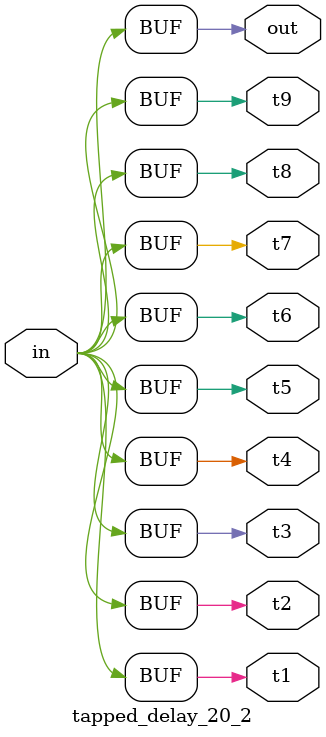
<source format=sv>
module tapped_delay_20_2(input bit in, output bit t1,t2,t3,t4,t5,t6,t7,t8,t9, out);
  always_comb t1 = in;
  always_comb t2 = in;
  always_comb t3 = in;
  always_comb t4 = in;
  always_comb t5 = in;
  always_comb t6 = in;
  always_comb t7 = in;
  always_comb t8 = in;
  always_comb t9 = in;
  always_comb out = in;
endmodule // tapped_delay_20_2

</source>
